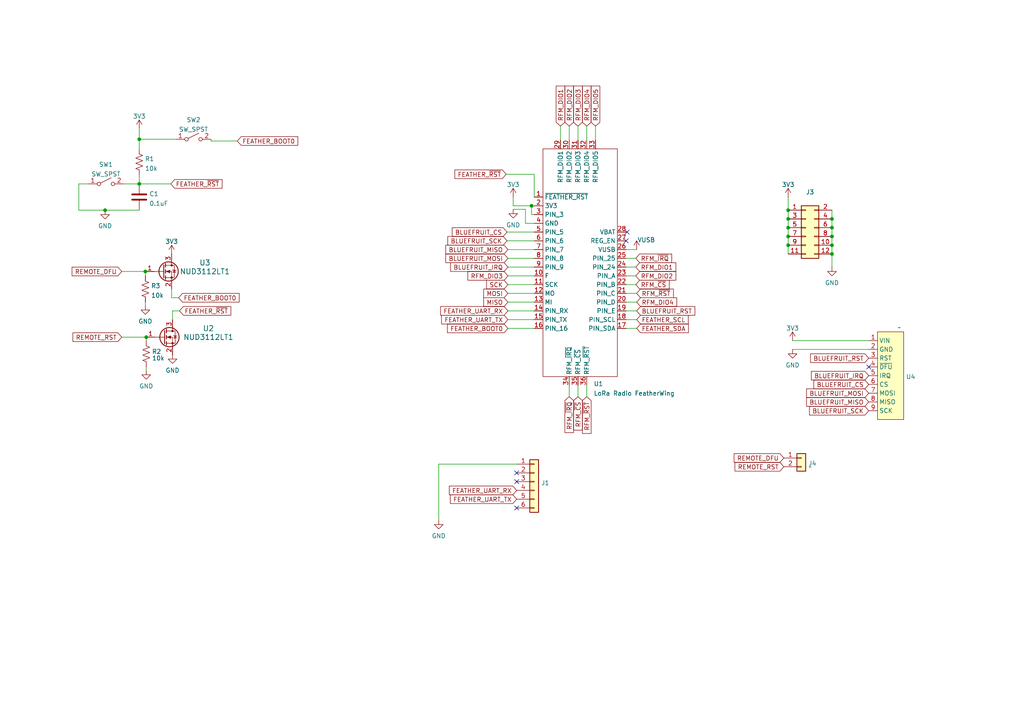
<source format=kicad_sch>
(kicad_sch (version 20230121) (generator eeschema)
  (paper "A4")
  (lib_symbols
    (symbol "Symbols:3V3" (power) (pin_names (offset 0))
      (property "Value" "3V3" (at 0 3.556 0))
      (symbol "3V3_0_1"
        (polyline (pts (xy -0.762 1.27) (xy 0 2.54)))
        (polyline (pts (xy 0 0) (xy 0 2.54)))
        (polyline (pts (xy 0 2.54) (xy 0.762 1.27)))
      )
      (symbol "3V3_1_1"
        (pin power_in line (at 0 0 90) (length 0) hide (name "3V3") (number "1"))
      )
    )
    (symbol "Symbols:Bluefruit-SPI-Friend"
      (property "Reference" "U" (at -2.54 12.7 0))
      (symbol "Bluefruit-SPI-Friend_1_1"
        (rectangle (start -3.81 11.43) (end 3.81 -13.97) (fill (type background)))
        (pin power_in line (at -6.35 8.89 0) (length 2.54) (name "VIN") (number "1"))
        (pin power_in line (at -6.35 6.35 0) (length 2.54) (name "GND") (number "2"))
        (pin input line (at -6.35 3.81 0) (length 2.54) (name "RST") (number "3"))
        (pin input line (at -6.35 1.27 0) (length 2.54) (name "~{DFU}") (number "4"))
        (pin output line (at -6.35 -1.27 0) (length 2.54) (name "IRQ") (number "5"))
        (pin input line (at -6.35 -3.81 0) (length 2.54) (name "CS") (number "6"))
        (pin input line (at -6.35 -6.35 0) (length 2.54) (name "MOSI") (number "7"))
        (pin input line (at -6.35 -8.89 0) (length 2.54) (name "MISO") (number "8"))
        (pin input line (at -6.35 -11.43 0) (length 2.54) (name "SCK") (number "9"))
      )
    )
    (symbol "Symbols:C" (pin_numbers hide) (pin_names (offset 0.254))
      (property "Reference" "C" (at 0.635 2.54 0))
      (property "Value" "C" (at 0.635 -2.54 0))
      (symbol "C_0_1"
        (polyline (pts (xy -2.032 -0.762) (xy 2.032 -0.762)) (stroke (width 0.508)))
        (polyline (pts (xy -2.032 0.762) (xy 2.032 0.762)) (stroke (width 0.508)))
      )
      (symbol "C_1_1"
        (pin passive line (at 0 3.81 270) (length 2.794) (name "~") (number "1"))
        (pin passive line (at 0 -3.81 90) (length 2.794) (name "~") (number "2"))
      )
    )
    (symbol "Symbols:Conn_01x02" (pin_names (offset 1.016) hide)
      (property "Reference" "J" (at 0 2.54 0))
      (property "Value" "Conn_01x02" (at 0 -5.08 0))
      (symbol "Conn_01x02_1_1"
        (rectangle (start -1.27 -2.413) (end 0 -2.667) (stroke (width 0.1524)))
        (rectangle (start -1.27 0.127) (end 0 -0.127) (stroke (width 0.1524)))
        (rectangle (start -1.27 1.27) (end 1.27 -3.81) (stroke (width 0.254)) (fill (type background)))
        (pin passive line (at -5.08 0 0) (length 3.81) (name "Pin_1") (number "1"))
        (pin passive line (at -5.08 -2.54 0) (length 3.81) (name "Pin_2") (number "2"))
      )
    )
    (symbol "Symbols:Conn_01x06" (pin_names (offset 1.016) hide)
      (property "Reference" "J" (at 0 7.62 0))
      (property "Value" "Conn_01x06" (at 0 -10.16 0))
      (symbol "Conn_01x06_1_1"
        (rectangle (start -1.27 -7.493) (end 0 -7.747) (stroke (width 0.1524)))
        (rectangle (start -1.27 -4.953) (end 0 -5.207) (stroke (width 0.1524)))
        (rectangle (start -1.27 -2.413) (end 0 -2.667) (stroke (width 0.1524)))
        (rectangle (start -1.27 0.127) (end 0 -0.127) (stroke (width 0.1524)))
        (rectangle (start -1.27 2.667) (end 0 2.413) (stroke (width 0.1524)))
        (rectangle (start -1.27 5.207) (end 0 4.953) (stroke (width 0.1524)))
        (rectangle (start -1.27 6.35) (end 1.27 -8.89) (stroke (width 0.254)) (fill (type background)))
        (pin passive line (at -5.08 5.08 0) (length 3.81) (name "Pin_1") (number "1"))
        (pin passive line (at -5.08 2.54 0) (length 3.81) (name "Pin_2") (number "2"))
        (pin passive line (at -5.08 0 0) (length 3.81) (name "Pin_3") (number "3"))
        (pin passive line (at -5.08 -2.54 0) (length 3.81) (name "Pin_4") (number "4"))
        (pin passive line (at -5.08 -5.08 0) (length 3.81) (name "Pin_5") (number "5"))
        (pin passive line (at -5.08 -7.62 0) (length 3.81) (name "Pin_6") (number "6"))
      )
    )
    (symbol "Symbols:Conn_02x06_Odd_Even" (pin_names (offset 1.016) hide)
      (property "Reference" "J" (at 1.27 7.62 0))
      (property "Value" "Conn_02x06_Odd_Even" (at 1.27 -10.16 0))
      (symbol "Conn_02x06_Odd_Even_1_1"
        (rectangle (start -1.27 -7.493) (end 0 -7.747) (stroke (width 0.1524)))
        (rectangle (start -1.27 -4.953) (end 0 -5.207) (stroke (width 0.1524)))
        (rectangle (start -1.27 -2.413) (end 0 -2.667) (stroke (width 0.1524)))
        (rectangle (start -1.27 0.127) (end 0 -0.127) (stroke (width 0.1524)))
        (rectangle (start -1.27 2.667) (end 0 2.413) (stroke (width 0.1524)))
        (rectangle (start -1.27 5.207) (end 0 4.953) (stroke (width 0.1524)))
        (rectangle (start -1.27 6.35) (end 3.81 -8.89) (stroke (width 0.254)) (fill (type background)))
        (rectangle (start 3.81 -7.493) (end 2.54 -7.747) (stroke (width 0.1524)))
        (rectangle (start 3.81 -4.953) (end 2.54 -5.207) (stroke (width 0.1524)))
        (rectangle (start 3.81 -2.413) (end 2.54 -2.667) (stroke (width 0.1524)))
        (rectangle (start 3.81 0.127) (end 2.54 -0.127) (stroke (width 0.1524)))
        (rectangle (start 3.81 2.667) (end 2.54 2.413) (stroke (width 0.1524)))
        (rectangle (start 3.81 5.207) (end 2.54 4.953) (stroke (width 0.1524)))
        (pin passive line (at -5.08 5.08 0) (length 3.81) (name "Pin_1") (number "1"))
        (pin passive line (at 7.62 -5.08 180) (length 3.81) (name "Pin_10") (number "10"))
        (pin passive line (at -5.08 -7.62 0) (length 3.81) (name "Pin_11") (number "11"))
        (pin passive line (at 7.62 -7.62 180) (length 3.81) (name "Pin_12") (number "12"))
        (pin passive line (at 7.62 5.08 180) (length 3.81) (name "Pin_2") (number "2"))
        (pin passive line (at -5.08 2.54 0) (length 3.81) (name "Pin_3") (number "3"))
        (pin passive line (at 7.62 2.54 180) (length 3.81) (name "Pin_4") (number "4"))
        (pin passive line (at -5.08 0 0) (length 3.81) (name "Pin_5") (number "5"))
        (pin passive line (at 7.62 0 180) (length 3.81) (name "Pin_6") (number "6"))
        (pin passive line (at -5.08 -2.54 0) (length 3.81) (name "Pin_7") (number "7"))
        (pin passive line (at 7.62 -2.54 180) (length 3.81) (name "Pin_8") (number "8"))
        (pin passive line (at -5.08 -5.08 0) (length 3.81) (name "Pin_9") (number "9"))
      )
    )
    (symbol "Symbols:GND" (power) (pin_names (offset 0))
      (property "Value" "GND" (at 0 -3.81 0))
      (symbol "GND_0_1"
        (polyline (pts (xy 0 0) (xy 0 -1.27) (xy 1.27 -1.27) (xy 0 -2.54) (xy -1.27 -1.27) (xy 0 -1.27)))
      )
      (symbol "GND_1_1"
        (pin power_in line (at 0 0 270) (length 0) hide (name "GND") (number "1"))
      )
    )
    (symbol "Symbols:LoRa Radio FeatherWing"
      (property "Reference" "U1" (at 4.5594 -35.1187 0))
      (property "Value" "LoRa Radio FeatherWing" (at 4.5594 -37.8938 0))
      (symbol "LoRa Radio FeatherWing_0_1"
        (rectangle (start -10.16 33.02) (end 11.43 -33.02) (stroke (width 0.1524)))
      )
      (symbol "LoRa Radio FeatherWing_1_1"
        (pin input line (at -12.7 19.05 0) (length 2.54) (name "~{FEATHER_RST}") (number "1"))
        (pin bidirectional line (at -12.7 -3.81 0) (length 2.54) (name "F") (number "10"))
        (pin input line (at -12.7 -6.35 0) (length 2.54) (name "SCK") (number "11"))
        (pin input line (at -12.7 -8.89 0) (length 2.54) (name "MO") (number "12"))
        (pin output line (at -12.7 -11.43 0) (length 2.54) (name "MI") (number "13"))
        (pin bidirectional line (at -12.7 -13.97 0) (length 2.54) (name "PIN_RX") (number "14"))
        (pin bidirectional line (at -12.7 -16.51 0) (length 2.54) (name "PIN_TX") (number "15"))
        (pin bidirectional line (at -12.7 -19.05 0) (length 2.54) (name "PIN_16") (number "16"))
        (pin bidirectional line (at 13.97 -19.05 180) (length 2.54) (name "PIN_SDA") (number "17"))
        (pin bidirectional line (at 13.97 -16.51 180) (length 2.54) (name "PIN_SCL") (number "18"))
        (pin bidirectional line (at 13.97 -13.97 180) (length 2.54) (name "PIN_E") (number "19"))
        (pin power_in line (at -12.7 16.51 0) (length 2.54) (name "3V3") (number "2"))
        (pin bidirectional line (at 13.97 -11.43 180) (length 2.54) (name "PIN_D") (number "20"))
        (pin bidirectional line (at 13.97 -8.89 180) (length 2.54) (name "PIN_C") (number "21"))
        (pin bidirectional line (at 13.97 -6.35 180) (length 2.54) (name "PIN_B") (number "22"))
        (pin bidirectional line (at 13.97 -3.81 180) (length 2.54) (name "PIN_A") (number "23"))
        (pin bidirectional line (at 13.97 -1.27 180) (length 2.54) (name "PIN_24") (number "24"))
        (pin bidirectional line (at 13.97 1.27 180) (length 2.54) (name "PIN_25") (number "25"))
        (pin power_out line (at 13.97 3.81 180) (length 2.54) (name "VUSB") (number "26"))
        (pin input line (at 13.97 6.35 180) (length 2.54) (name "REG_EN") (number "27"))
        (pin power_out line (at 13.97 8.89 180) (length 2.54) (name "VBAT") (number "28"))
        (pin bidirectional line (at -5.08 35.56 270) (length 2.54) (name "RFM_DIO1") (number "29"))
        (pin bidirectional line (at -12.7 13.97 0) (length 2.54) (name "PIN_3") (number "3"))
        (pin bidirectional line (at -2.54 35.56 270) (length 2.54) (name "RFM_DIO2") (number "30"))
        (pin bidirectional line (at 0 35.56 270) (length 2.54) (name "RFM_DIO3") (number "31"))
        (pin bidirectional line (at 2.54 35.56 270) (length 2.54) (name "RFM_DIO4") (number "32"))
        (pin bidirectional line (at 5.08 35.56 270) (length 2.54) (name "RFM_DIO5") (number "33"))
        (pin output line (at -2.54 -35.56 90) (length 2.54) (name "RFM_~{IRQ}") (number "34"))
        (pin input line (at 0 -35.56 90) (length 2.54) (name "RFM_~{CS}") (number "35"))
        (pin input line (at 2.54 -35.56 90) (length 2.54) (name "RFM_~{RST}") (number "36"))
        (pin power_in line (at -12.7 11.43 0) (length 2.54) (name "GND") (number "4"))
        (pin bidirectional line (at -12.7 8.89 0) (length 2.54) (name "PIN_5") (number "5"))
        (pin bidirectional line (at -12.7 6.35 0) (length 2.54) (name "PIN_6") (number "6"))
        (pin bidirectional line (at -12.7 3.81 0) (length 2.54) (name "PIN_7") (number "7"))
        (pin bidirectional line (at -12.7 1.27 0) (length 2.54) (name "PIN_8") (number "8"))
        (pin bidirectional line (at -12.7 -1.27 0) (length 2.54) (name "PIN_9") (number "9"))
      )
    )
    (symbol "Symbols:Q_NMOS_GSD" (pin_names (offset 0) hide)
      (property "Reference" "Q" (at 5.08 1.27 0))
      (property "Value" "Q_NMOS_GSD" (at 5.08 -1.27 0))
      (symbol "Q_NMOS_GSD_0_1"
        (polyline (pts (xy 0.254 0) (xy -2.54 0)))
        (polyline (pts (xy 0.254 1.905) (xy 0.254 -1.905)) (stroke (width 0.254)))
        (polyline (pts (xy 0.762 -1.27) (xy 0.762 -2.286)) (stroke (width 0.254)))
        (polyline (pts (xy 0.762 0.508) (xy 0.762 -0.508)) (stroke (width 0.254)))
        (polyline (pts (xy 0.762 2.286) (xy 0.762 1.27)) (stroke (width 0.254)))
        (polyline (pts (xy 2.54 2.54) (xy 2.54 1.778)))
        (polyline (pts (xy 2.54 -2.54) (xy 2.54 0) (xy 0.762 0)))
        (polyline (pts (xy 0.762 -1.778) (xy 3.302 -1.778) (xy 3.302 1.778) (xy 0.762 1.778)))
        (polyline (pts (xy 1.016 0) (xy 2.032 0.381) (xy 2.032 -0.381) (xy 1.016 0)) (fill (type outline)))
        (polyline (pts (xy 2.794 0.508) (xy 2.921 0.381) (xy 3.683 0.381) (xy 3.81 0.254)))
        (polyline (pts (xy 3.302 0.381) (xy 2.921 -0.254) (xy 3.683 -0.254) (xy 3.302 0.381)))
        (circle (center 1.651 0) (radius 2.794) (stroke (width 0.254)))
        (circle (center 2.54 -1.778) (radius 0.254) (fill (type outline)))
        (circle (center 2.54 1.778) (radius 0.254) (fill (type outline)))
      )
      (symbol "Q_NMOS_GSD_1_1"
        (pin input line (at -5.08 0 0) (length 2.54) (name "G") (number "1"))
        (pin passive line (at 2.54 -5.08 90) (length 2.54) (name "S") (number "2"))
        (pin passive line (at 2.54 5.08 270) (length 2.54) (name "D") (number "3"))
      )
    )
    (symbol "Symbols:R_US" (pin_numbers hide) (pin_names (offset 0))
      (property "Reference" "R" (at 2.54 0 90))
      (property "Value" "R_US" (at -2.54 0 90))
      (symbol "R_US_0_1"
        (polyline (pts (xy 0 -2.286) (xy 0 -2.54)))
        (polyline (pts (xy 0 2.286) (xy 0 2.54)))
        (polyline (pts (xy 0 -0.762) (xy 1.016 -1.143) (xy 0 -1.524) (xy -1.016 -1.905) (xy 0 -2.286)))
        (polyline (pts (xy 0 0.762) (xy 1.016 0.381) (xy 0 0) (xy -1.016 -0.381) (xy 0 -0.762)))
        (polyline (pts (xy 0 2.286) (xy 1.016 1.905) (xy 0 1.524) (xy -1.016 1.143) (xy 0 0.762)))
      )
      (symbol "R_US_1_1"
        (pin passive line (at 0 3.81 270) (length 1.27) (name "~") (number "1"))
        (pin passive line (at 0 -3.81 90) (length 1.27) (name "~") (number "2"))
      )
    )
    (symbol "Symbols:SW_SPST" (pin_names (offset 0) hide)
      (property "Reference" "SW" (at 0 3.175 0))
      (property "Value" "SW_SPST" (at 0 -2.54 0))
      (symbol "SW_SPST_0_0"
        (circle (center -2.032 0) (radius 0.508))
        (polyline (pts (xy -1.524 0.254) (xy 1.524 1.778)))
        (circle (center 2.032 0) (radius 0.508))
      )
      (symbol "SW_SPST_1_1"
        (pin passive line (at -5.08 0 0) (length 2.54) (name "A") (number "1"))
        (pin passive line (at 5.08 0 180) (length 2.54) (name "B") (number "2"))
      )
    )
    (symbol "Symbols:VUSB" (power) (pin_names (offset 0))
      (property "Value" "VUSB" (at 0 3.81 0))
      (symbol "VUSB_0_1"
        (polyline (pts (xy -0.762 1.27) (xy 0 2.54)))
        (polyline (pts (xy 0 0) (xy 0 2.54)))
        (polyline (pts (xy 0 2.54) (xy 0.762 1.27)))
      )
      (symbol "VUSB_1_1"
        (pin power_in line (at 0 0 90) (length 0) hide (name "VUSB") (number "1"))
      )
    )
  )
  (junction (at 241.3 68.58))
  (junction (at 228.6 71.12))
  (junction (at 42.418 97.79))
  (junction (at 40.386 40.386))
  (junction (at 40.386 53.34))
  (junction (at 228.6 63.5))
  (junction (at 42.164 78.74))
  (junction (at 228.6 66.04))
  (junction (at 30.48 60.96))
  (junction (at 241.3 71.12))
  (junction (at 228.6 60.96))
  (junction (at 228.6 68.58))
  (junction (at 241.3 63.5))
  (junction (at 241.3 66.04))
  (junction (at 241.3 73.66))
  (junction (at 154.178 59.69))
  (no_connect (at 149.86 139.7))
  (no_connect (at 149.86 137.16))
  (no_connect (at 251.968 106.426))
  (no_connect (at 181.61 69.85))
  (no_connect (at 181.864 67.31))
  (no_connect (at 149.86 147.32))
  (wire (pts (xy 241.3 60.96) (xy 241.3 63.5)))
  (wire (pts (xy 181.61 85.09) (xy 184.658 85.09)))
  (wire (pts (xy 147.32 82.55) (xy 154.94 82.55)))
  (wire (pts (xy 181.61 80.01) (xy 184.404 80.01)))
  (wire (pts (xy 181.61 77.47) (xy 184.404 77.47)))
  (wire (pts (xy 154.94 64.77) (xy 152.4 64.77)))
  (wire (pts (xy 61.214 40.386) (xy 61.214 40.894)))
  (wire (pts (xy 154.178 59.69) (xy 154.178 62.23)))
  (wire (pts (xy 165.1 36.576) (xy 165.1 40.64)))
  (wire (pts (xy 181.61 95.25) (xy 184.658 95.25)))
  (wire (pts (xy 181.61 90.17) (xy 184.658 90.17)))
  (wire (pts (xy 127.254 134.62) (xy 149.86 134.62)))
  (wire (pts (xy 30.48 60.96) (xy 40.386 60.96)))
  (wire (pts (xy 40.386 53.34) (xy 49.53 53.34)))
  (wire (pts (xy 170.18 111.76) (xy 170.18 115.062)))
  (wire (pts (xy 147.32 95.25) (xy 154.94 95.25)))
  (wire (pts (xy 170.18 36.576) (xy 170.18 40.64)))
  (wire (pts (xy 147.32 72.39) (xy 154.94 72.39)))
  (wire (pts (xy 241.3 63.5) (xy 241.3 66.04)))
  (wire (pts (xy 147.32 87.63) (xy 154.94 87.63)))
  (wire (pts (xy 35.814 53.34) (xy 40.386 53.34)))
  (wire (pts (xy 147.32 80.01) (xy 154.94 80.01)))
  (wire (pts (xy 22.86 60.96) (xy 30.48 60.96)))
  (wire (pts (xy 35.306 97.79) (xy 42.418 97.79)))
  (wire (pts (xy 22.86 53.34) (xy 22.86 60.96)))
  (wire (pts (xy 228.6 68.58) (xy 228.6 71.12)))
  (wire (pts (xy 241.3 73.66) (xy 241.3 77.47)))
  (wire (pts (xy 147.066 67.31) (xy 154.94 67.31)))
  (wire (pts (xy 172.72 36.576) (xy 172.72 40.64)))
  (wire (pts (xy 147.32 74.93) (xy 154.94 74.93)))
  (wire (pts (xy 241.3 68.58) (xy 241.3 71.12)))
  (wire (pts (xy 228.6 66.04) (xy 228.6 68.58)))
  (wire (pts (xy 167.64 36.576) (xy 167.64 40.64)))
  (wire (pts (xy 42.418 106.426) (xy 42.418 107.442)))
  (wire (pts (xy 147.32 92.71) (xy 154.94 92.71)))
  (wire (pts (xy 52.07 90.17) (xy 50.038 90.17)))
  (wire (pts (xy 147.066 69.85) (xy 154.94 69.85)))
  (wire (pts (xy 42.418 98.806) (xy 42.418 97.79)))
  (wire (pts (xy 228.6 60.96) (xy 228.6 63.5)))
  (wire (pts (xy 40.386 50.8) (xy 40.386 53.34)))
  (wire (pts (xy 181.61 82.55) (xy 184.404 82.55)))
  (wire (pts (xy 127.254 150.876) (xy 127.254 134.62)))
  (wire (pts (xy 40.386 40.386) (xy 51.054 40.386)))
  (wire (pts (xy 241.3 71.12) (xy 241.3 73.66)))
  (wire (pts (xy 229.87 101.346) (xy 251.968 101.346)))
  (wire (pts (xy 42.164 87.63) (xy 42.164 88.646)))
  (wire (pts (xy 181.61 92.71) (xy 184.658 92.71)))
  (wire (pts (xy 229.87 98.806) (xy 251.968 98.806)))
  (wire (pts (xy 241.3 66.04) (xy 241.3 68.58)))
  (wire (pts (xy 152.4 60.706) (xy 148.844 60.706)))
  (wire (pts (xy 162.56 36.576) (xy 162.56 40.64)))
  (wire (pts (xy 228.6 57.15) (xy 228.6 60.96)))
  (wire (pts (xy 146.812 50.546) (xy 154.94 50.546)))
  (wire (pts (xy 167.64 111.76) (xy 167.64 115.062)))
  (wire (pts (xy 50.038 92.71) (xy 50.038 90.17)))
  (wire (pts (xy 152.4 64.77) (xy 152.4 60.706)))
  (wire (pts (xy 184.658 72.39) (xy 181.61 72.39)))
  (wire (pts (xy 40.386 37.338) (xy 40.386 40.386)))
  (wire (pts (xy 165.1 115.062) (xy 165.1 111.76)))
  (wire (pts (xy 154.178 59.69) (xy 154.94 59.69)))
  (wire (pts (xy 228.6 71.12) (xy 228.6 73.66)))
  (wire (pts (xy 148.844 59.69) (xy 154.178 59.69)))
  (wire (pts (xy 51.816 86.36) (xy 49.784 86.36)))
  (wire (pts (xy 154.94 50.546) (xy 154.94 57.15)))
  (wire (pts (xy 228.6 63.5) (xy 228.6 66.04)))
  (wire (pts (xy 181.61 74.93) (xy 184.404 74.93)))
  (wire (pts (xy 154.178 62.23) (xy 154.94 62.23)))
  (wire (pts (xy 40.386 40.386) (xy 40.386 43.18)))
  (wire (pts (xy 181.61 87.63) (xy 184.658 87.63)))
  (wire (pts (xy 147.32 90.17) (xy 154.94 90.17)))
  (wire (pts (xy 42.164 78.74) (xy 42.164 80.01)))
  (wire (pts (xy 147.32 77.47) (xy 154.94 77.47)))
  (wire (pts (xy 49.784 83.82) (xy 49.784 86.36)))
  (wire (pts (xy 147.32 85.09) (xy 154.94 85.09)))
  (wire (pts (xy 35.306 78.74) (xy 42.164 78.74)))
  (wire (pts (xy 61.214 40.894) (xy 68.834 40.894)))
  (wire (pts (xy 148.844 57.15) (xy 148.844 59.69)))
  (wire (pts (xy 22.86 53.34) (xy 25.654 53.34)))
  (global_label "MOSI" (shape input) (at 147.32 85.09 180) (property "Intersheetrefs" "${INTERSHEET_REFS}" (effects hide)))
  (global_label "FEATHER_SCL" (shape input) (at 184.658 92.71 0) (property "Intersheetrefs" "${INTERSHEET_REFS}" (effects hide)))
  (global_label "RFM_~{CS}" (shape input) (at 167.64 115.062 270) (property "Intersheetrefs" "${INTERSHEET_REFS}" (effects hide)))
  (global_label "RFM_DIO4" (shape input) (at 184.658 87.63 0) (property "Intersheetrefs" "${INTERSHEET_REFS}" (effects hide)))
  (global_label "RFM_~{IRQ}" (shape input) (at 165.1 115.062 270) (property "Intersheetrefs" "${INTERSHEET_REFS}" (effects hide)))
  (global_label "FEATHER_~{RST}" (shape input) (at 52.07 90.17 0) (property "Intersheetrefs" "${INTERSHEET_REFS}" (effects hide)))
  (global_label "BLUEFRUIT_RST" (shape input) (at 184.658 90.17 0) (property "Intersheetrefs" "${INTERSHEET_REFS}" (effects hide)))
  (global_label "RFM_DIO4" (shape input) (at 170.18 36.576 90) (property "Intersheetrefs" "${INTERSHEET_REFS}" (effects hide)))
  (global_label "FEATHER_~{RST}" (shape input) (at 146.812 50.546 180) (property "Intersheetrefs" "${INTERSHEET_REFS}" (effects hide)))
  (global_label "FEATHER_SDA" (shape input) (at 184.658 95.25 0) (property "Intersheetrefs" "${INTERSHEET_REFS}" (effects hide)))
  (global_label "FEATHER_~{RST}" (shape input) (at 49.53 53.34 0) (property "Intersheetrefs" "${INTERSHEET_REFS}" (effects hide)))
  (global_label "FEATHER_UART_RX" (shape input) (at 149.86 142.24 180) (property "Intersheetrefs" "${INTERSHEET_REFS}" (effects hide)))
  (global_label "BLUEFRUIT_CS" (shape input) (at 147.066 67.31 180) (property "Intersheetrefs" "${INTERSHEET_REFS}" (effects hide)))
  (global_label "REMOTE_RST" (shape input) (at 35.306 97.79 180) (property "Intersheetrefs" "${INTERSHEET_REFS}" (effects hide)))
  (global_label "FEATHER_UART_RX" (shape input) (at 147.32 90.17 180) (property "Intersheetrefs" "${INTERSHEET_REFS}" (effects hide)))
  (global_label "BLUEFRUIT_MOSI" (shape input) (at 147.32 74.93 180) (property "Intersheetrefs" "${INTERSHEET_REFS}" (effects hide)))
  (global_label "BLUEFRUIT_RST" (shape input) (at 251.968 103.886 180) (property "Intersheetrefs" "${INTERSHEET_REFS}" (effects hide)))
  (global_label "FEATHER_UART_TX" (shape input) (at 147.32 92.71 180) (property "Intersheetrefs" "${INTERSHEET_REFS}" (effects hide)))
  (global_label "REMOTE_RST" (shape input) (at 227.33 135.382 180) (property "Intersheetrefs" "${INTERSHEET_REFS}" (effects hide)))
  (global_label "REMOTE_DFU" (shape input) (at 35.306 78.74 180) (property "Intersheetrefs" "${INTERSHEET_REFS}" (effects hide)))
  (global_label "BLUEFRUIT_MISO" (shape input) (at 147.32 72.39 180) (property "Intersheetrefs" "${INTERSHEET_REFS}" (effects hide)))
  (global_label "RFM_DIO3" (shape input) (at 147.32 80.01 180) (property "Intersheetrefs" "${INTERSHEET_REFS}" (effects hide)))
  (global_label "RFM_DIO1" (shape input) (at 184.404 77.47 0) (property "Intersheetrefs" "${INTERSHEET_REFS}" (effects hide)))
  (global_label "RFM_DIO3" (shape input) (at 167.64 36.576 90) (property "Intersheetrefs" "${INTERSHEET_REFS}" (effects hide)))
  (global_label "RFM_~{RST}" (shape input) (at 184.658 85.09 0) (property "Intersheetrefs" "${INTERSHEET_REFS}" (effects hide)))
  (global_label "SCK" (shape input) (at 147.32 82.55 180) (property "Intersheetrefs" "${INTERSHEET_REFS}" (effects hide)))
  (global_label "BLUEFRUIT_IRQ" (shape input) (at 251.968 108.966 180) (property "Intersheetrefs" "${INTERSHEET_REFS}" (effects hide)))
  (global_label "BLUEFRUIT_SCK" (shape input) (at 251.968 119.126 180) (property "Intersheetrefs" "${INTERSHEET_REFS}" (effects hide)))
  (global_label "RFM_~{RST}" (shape input) (at 170.18 115.062 270) (property "Intersheetrefs" "${INTERSHEET_REFS}" (effects hide)))
  (global_label "BLUEFRUIT_MOSI" (shape input) (at 251.968 114.046 180) (property "Intersheetrefs" "${INTERSHEET_REFS}" (effects hide)))
  (global_label "FEATHER_BOOT0" (shape input) (at 51.816 86.36 0) (property "Intersheetrefs" "${INTERSHEET_REFS}" (effects hide)))
  (global_label "BLUEFRUIT_CS" (shape input) (at 251.968 111.506 180) (property "Intersheetrefs" "${INTERSHEET_REFS}" (effects hide)))
  (global_label "RFM_DIO5" (shape input) (at 172.72 36.576 90) (property "Intersheetrefs" "${INTERSHEET_REFS}" (effects hide)))
  (global_label "FEATHER_BOOT0" (shape input) (at 147.32 95.25 180) (property "Intersheetrefs" "${INTERSHEET_REFS}" (effects hide)))
  (global_label "RFM_DIO2" (shape input) (at 165.1 36.576 90) (property "Intersheetrefs" "${INTERSHEET_REFS}" (effects hide)))
  (global_label "MISO" (shape input) (at 147.32 87.63 180) (property "Intersheetrefs" "${INTERSHEET_REFS}" (effects hide)))
  (global_label "BLUEFRUIT_IRQ" (shape input) (at 147.32 77.47 180) (property "Intersheetrefs" "${INTERSHEET_REFS}" (effects hide)))
  (global_label "REMOTE_DFU" (shape input) (at 227.33 132.842 180) (property "Intersheetrefs" "${INTERSHEET_REFS}" (effects hide)))
  (global_label "FEATHER_UART_TX" (shape input) (at 149.86 144.78 180) (property "Intersheetrefs" "${INTERSHEET_REFS}" (effects hide)))
  (global_label "RFM_DIO2" (shape input) (at 184.404 80.01 0) (property "Intersheetrefs" "${INTERSHEET_REFS}" (effects hide)))
  (global_label "RFM_~{CS}" (shape input) (at 184.404 82.55 0) (property "Intersheetrefs" "${INTERSHEET_REFS}" (effects hide)))
  (global_label "RFM_DIO1" (shape input) (at 162.56 36.576 90) (property "Intersheetrefs" "${INTERSHEET_REFS}" (effects hide)))
  (global_label "BLUEFRUIT_MISO" (shape input) (at 251.968 116.586 180) (property "Intersheetrefs" "${INTERSHEET_REFS}" (effects hide)))
  (global_label "FEATHER_BOOT0" (shape input) (at 68.834 40.894 0) (property "Intersheetrefs" "${INTERSHEET_REFS}" (effects hide)))
  (global_label "RFM_~{IRQ}" (shape input) (at 184.404 74.93 0) (property "Intersheetrefs" "${INTERSHEET_REFS}" (effects hide)))
  (global_label "BLUEFRUIT_SCK" (shape input) (at 147.066 69.85 180) (property "Intersheetrefs" "${INTERSHEET_REFS}" (effects hide)))
  (symbol (lib_id "Symbols:GND") (at 229.87 101.346 0) (unit 1)
    (property "Reference" "#PWR011" (effects hide))
    (property "Value" "GND" (at 229.87 105.9085 0))
  )
  (symbol (lib_id "Symbols:R_US") (at 42.164 83.82 0) (unit 1)
    (property "Reference" "R3" (at 43.815 82.9115 0) (effects (justify left)))
    (property "Value" "10k" (at 43.815 85.6866 0) (effects (justify left)))
    (property "Footprint" "Footprints:R_Axial_DIN0207_L6.3mm_D2.5mm_P10.16mm_Horizontal" (effects hide))
  )
  (symbol (lib_id "Symbols:Q_NMOS_GSD") (at 47.498 97.79 0) (unit 1)
    (property "Reference" "U2" (at 60.452 95.25 0) (effects (font (size 1.524 1.524))))
    (property "Value" "NUD3112LT1" (at 60.452 97.79 0) (effects (font (size 1.524 1.524))))
    (property "Footprint" "Footprints:SOT-23" (effects hide))
  )
  (symbol (lib_id "Symbols:Conn_01x06") (at 154.94 139.7 0) (unit 1)
    (property "Reference" "J1" (at 156.972 140.0615 0) (effects (justify left)))
    (property "Value" "Conn_01x06" (effects hide))
    (property "Footprint" "Footprints:PinHeader_1x06_P2.54mm_Vertical" (effects hide))
  )
  (symbol (lib_id "Symbols:GND") (at 30.48 60.96 0) (unit 1)
    (property "Reference" "#PWR05" (effects hide))
    (property "Value" "GND" (at 30.48 65.5225 0))
  )
  (symbol (lib_id "Symbols:GND") (at 241.3 77.47 0) (unit 1)
    (property "Reference" "#PWR06" (effects hide))
    (property "Value" "GND" (at 241.3 82.0325 0))
  )
  (symbol (lib_id "Symbols:3V3") (at 49.784 73.66 0) (unit 1)
    (property "Reference" "#PWR07" (effects hide))
    (property "Value" "3V3" (at 49.784 70.0555 0))
  )
  (symbol (lib_id "Symbols:GND") (at 148.844 60.706 0) (unit 1)
    (property "Reference" "#PWR03" (effects hide))
    (property "Value" "GND" (at 148.844 65.2685 0))
  )
  (symbol (lib_id "Symbols:VUSB") (at 184.658 72.39 0) (unit 1)
    (property "Reference" "#PWR0102" (effects hide))
    (property "Value" "VUSB" (at 187.452 69.596 0))
  )
  (symbol (lib_id "Symbols:LoRa Radio FeatherWing") (at 167.64 76.2 0) (unit 1)
    (property "Reference" "U1" (at 172.1994 111.3187 0) (effects (justify left)))
    (property "Value" "LoRa Radio FeatherWing" (at 172.1994 114.0938 0) (effects (justify left)))
    (property "Footprint" "Footprints:Radio_FeatherWing_16x12+5+3" (effects hide))
  )
  (symbol (lib_id "Symbols:Conn_02x06_Odd_Even") (at 233.68 66.04 0) (unit 1)
    (property "Reference" "J3" (at 234.95 55.7235 0))
    (property "Value" "Conn_02x06_Odd_Even" (effects hide))
    (property "Footprint" "Footprints:PinSocket_2x06_P2.54mm_Vertical_No_Index" (effects hide))
  )
  (symbol (lib_id "Symbols:GND") (at 50.038 102.87 0) (unit 1)
    (property "Reference" "#PWR08" (effects hide))
    (property "Value" "GND" (at 50.038 107.4325 0))
  )
  (symbol (lib_id "Symbols:Conn_01x02") (at 232.41 132.842 0) (unit 1)
    (property "Reference" "J4" (at 234.442 134.4288 0) (effects (justify left)))
    (property "Value" "~" (at 234.442 135.3893 0) (effects (justify left)))
    (property "Footprint" "Footprints:PinHeader_1x02_P2.54mm_Horizontal" (effects hide))
  )
  (symbol (lib_id "Symbols:Bluefruit-SPI-Friend") (at 258.318 107.696 0) (unit 1)
    (property "Reference" "U4" (at 262.763 109.2828 0) (effects (justify left)))
    (property "Value" "~" (at 260.858 94.996 0))
    (property "Footprint" "Footprints:Bluefruit-SPI-Friend" (effects hide))
  )
  (symbol (lib_id "Symbols:SW_SPST") (at 56.134 40.386 0) (unit 1)
    (property "Reference" "SW2" (at 56.134 34.7685 0))
    (property "Value" "SW_SPST" (at 56.134 37.5436 0))
    (property "Footprint" "Footprints:SW_PUSH_6mm_THT" (effects hide))
  )
  (symbol (lib_id "Symbols:R_US") (at 42.418 102.616 180) (unit 1)
    (property "Reference" "R2" (at 44.069 101.9723 0) (effects (justify right)))
    (property "Value" "10k" (at 44.069 103.8933 0) (effects (justify right)))
    (property "Footprint" "Footprints:R_Axial_DIN0207_L6.3mm_D2.5mm_P10.16mm_Horizontal" (effects hide))
  )
  (symbol (lib_id "Symbols:GND") (at 42.164 88.646 0) (unit 1)
    (property "Reference" "#PWR010" (effects hide))
    (property "Value" "GND" (at 42.164 93.2085 0))
  )
  (symbol (lib_id "Symbols:C") (at 40.386 57.15 0) (unit 1)
    (property "Reference" "C1" (at 43.307 56.2415 0) (effects (justify left)))
    (property "Value" "0.1uF" (at 43.307 59.0166 0) (effects (justify left)))
    (property "Footprint" "Footprints:C_Disc_D3.0mm_W1.6mm_P2.50mm" (effects hide))
  )
  (symbol (lib_id "Symbols:3V3") (at 40.386 37.338 0) (unit 1)
    (property "Reference" "#PWR0103" (effects hide))
    (property "Value" "3V3" (at 40.386 33.7335 0))
  )
  (symbol (lib_id "Symbols:3V3") (at 228.6 57.15 0) (unit 1)
    (property "Reference" "#PWR04" (effects hide))
    (property "Value" "3V3" (at 228.6 53.5455 0))
  )
  (symbol (lib_id "Symbols:R_US") (at 40.386 46.99 0) (unit 1)
    (property "Reference" "R1" (at 42.037 46.0815 0) (effects (justify left)))
    (property "Value" "10k" (at 42.037 48.8566 0) (effects (justify left)))
    (property "Footprint" "Footprints:R_Axial_DIN0207_L6.3mm_D2.5mm_P10.16mm_Horizontal" (effects hide))
  )
  (symbol (lib_id "Symbols:GND") (at 127.254 150.876 0) (unit 1)
    (property "Reference" "#PWR0101" (effects hide))
    (property "Value" "GND" (at 127.254 155.4385 0))
  )
  (symbol (lib_id "Symbols:3V3") (at 229.87 98.806 0) (unit 1)
    (property "Reference" "#PWR01" (effects hide))
    (property "Value" "3V3" (at 229.87 95.2015 0))
  )
  (symbol (lib_id "Symbols:GND") (at 42.418 107.442 0) (unit 1)
    (property "Reference" "#PWR09" (effects hide))
    (property "Value" "GND" (at 42.418 112.0045 0))
  )
  (symbol (lib_id "Symbols:Q_NMOS_GSD") (at 47.244 78.74 0) (unit 1)
    (property "Reference" "U3" (at 59.436 76.2 0) (effects (font (size 1.524 1.524))))
    (property "Value" "NUD3112LT1" (at 59.436 78.74 0) (effects (font (size 1.524 1.524))))
    (property "Footprint" "Footprints:SOT-23" (effects hide))
  )
  (symbol (lib_id "Symbols:SW_SPST") (at 30.734 53.34 0) (unit 1)
    (property "Reference" "SW1" (at 30.734 47.7225 0))
    (property "Value" "SW_SPST" (at 30.734 50.4976 0))
    (property "Footprint" "Footprints:SW_PUSH_6mm_THT" (effects hide))
  )
  (symbol (lib_id "Symbols:3V3") (at 148.844 57.15 0) (unit 1)
    (property "Reference" "#PWR02" (effects hide))
    (property "Value" "3V3" (at 148.844 53.5455 0))
  )
)
</source>
